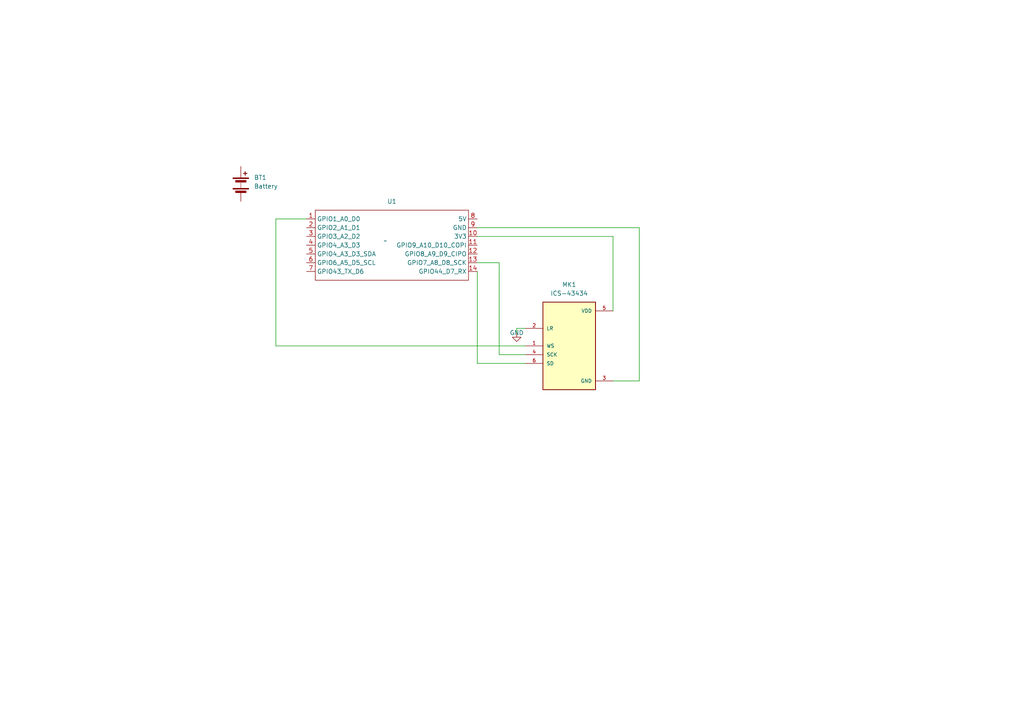
<source format=kicad_sch>
(kicad_sch (version 20230121) (generator eeschema)
  (paper "A4")
  (lib_symbols
    (symbol "Device:Battery" (pin_numbers hide) (pin_names (offset 0) hide)
      (property "Reference" "BT" (at 2.54 2.54 0))
      (property "Value" "Battery" (at 2.54 0 0))
      (symbol "Battery_0_1"
        (rectangle (start -2.286 -1.27) (end 2.286 -1.524) (fill (type outline)))
        (rectangle (start -2.286 1.778) (end 2.286 1.524) (fill (type outline)))
        (rectangle (start -1.524 -2.032) (end 1.524 -2.54) (fill (type outline)))
        (rectangle (start -1.524 1.016) (end 1.524 0.508) (fill (type outline)))
        (polyline (pts (xy 0 -1.016) (xy 0 -0.762)))
        (polyline (pts (xy 0 -0.508) (xy 0 -0.254)))
        (polyline (pts (xy 0 0) (xy 0 0.254)))
        (polyline (pts (xy 0 1.778) (xy 0 2.54)))
        (polyline (pts (xy 0.762 3.048) (xy 1.778 3.048)) (stroke (width 0.254)))
        (polyline (pts (xy 1.27 3.556) (xy 1.27 2.54)) (stroke (width 0.254)))
      )
      (symbol "Battery_1_1"
        (pin passive line (at 0 5.08 270) (length 2.54) (name "+") (number "1"))
        (pin passive line (at 0 -5.08 90) (length 2.54) (name "-") (number "2"))
      )
    )
    (symbol "demo:XIAO_ESP32_SENSE"
      (property "Reference" "U" (at 0 0 0))
      (symbol "XIAO_ESP32_SENSE_0_1"
        (polyline (pts (xy -20.32 8.89) (xy -20.32 -11.43) (xy 24.13 -11.43) (xy 24.13 8.89) (xy -20.32 8.89)))
      )
      (symbol "XIAO_ESP32_SENSE_1_1"
        (pin bidirectional line (at -22.86 6.35 0) (length 2.54) (name "GPIO1_A0_D0") (number "1"))
        (pin bidirectional line (at 26.67 1.27 180) (length 2.54) (name "3V3") (number "10"))
        (pin bidirectional line (at 26.67 -1.27 180) (length 2.54) (name "GPIO9_A10_D10_COPI") (number "11"))
        (pin bidirectional line (at 26.67 -3.81 180) (length 2.54) (name "GPIO8_A9_D9_CIPO") (number "12"))
        (pin bidirectional line (at 26.67 -6.35 180) (length 2.54) (name "GPIO7_A8_D8_SCK") (number "13"))
        (pin bidirectional line (at 26.67 -8.89 180) (length 2.54) (name "GPIO44_D7_RX") (number "14"))
        (pin bidirectional line (at -22.86 3.81 0) (length 2.54) (name "GPIO2_A1_D1") (number "2"))
        (pin bidirectional line (at -22.86 1.27 0) (length 2.54) (name "GPIO3_A2_D2") (number "3"))
        (pin bidirectional line (at -22.86 -1.27 0) (length 2.54) (name "GPIO4_A3_D3") (number "4"))
        (pin bidirectional line (at -22.86 -3.81 0) (length 2.54) (name "GPIO4_A3_D3_SDA") (number "5"))
        (pin bidirectional line (at -22.86 -6.35 0) (length 2.54) (name "GPIO6_A5_D5_SCL") (number "6"))
        (pin bidirectional line (at -22.86 -8.89 0) (length 2.54) (name "GPIO43_TX_D6") (number "7"))
        (pin bidirectional line (at 26.67 6.35 180) (length 2.54) (name "5V") (number "8"))
        (pin bidirectional line (at 26.67 3.81 180) (length 2.54) (name "GND") (number "9"))
      )
    )
    (symbol "ics:ICS-43434" (pin_names (offset 1.016))
      (property "Reference" "MK" (at -7.6708 12.7762 0))
      (property "Value" "ICS-43434" (at -7.6708 -15.3416 0))
      (symbol "ICS-43434_0_0"
        (rectangle (start -7.62 -12.7) (end 7.62 12.7) (stroke (width 0.254)) (fill (type background)))
        (pin input line (at -12.7 0 0) (length 5.08) (name "WS") (number "1"))
        (pin input line (at -12.7 5.08 0) (length 5.08) (name "LR") (number "2"))
        (pin power_in line (at 12.7 -10.16 180) (length 5.08) (name "GND") (number "3"))
        (pin input line (at -12.7 -2.54 0) (length 5.08) (name "SCK") (number "4"))
        (pin power_in line (at 12.7 10.16 180) (length 5.08) (name "VDD") (number "5"))
        (pin output line (at -12.7 -5.08 0) (length 5.08) (name "SD") (number "6"))
      )
    )
    (symbol "power:GND" (power) (pin_names (offset 0))
      (property "Value" "GND" (at 0 -3.81 0))
      (symbol "GND_0_1"
        (polyline (pts (xy 0 0) (xy 0 -1.27) (xy 1.27 -1.27) (xy 0 -2.54) (xy -1.27 -1.27) (xy 0 -1.27)))
      )
      (symbol "GND_1_1"
        (pin power_in line (at 0 0 270) (length 0) hide (name "GND") (number "1"))
      )
    )
  )
  (wire (pts (xy 177.8 110.49) (xy 185.42 110.49)))
  (wire (pts (xy 138.43 105.41) (xy 152.4 105.41)))
  (wire (pts (xy 144.78 76.2) (xy 138.43 76.2)))
  (wire (pts (xy 138.43 78.74) (xy 138.43 105.41)))
  (wire (pts (xy 144.78 102.87) (xy 144.78 76.2)))
  (wire (pts (xy 138.43 68.58) (xy 177.8 68.58)))
  (wire (pts (xy 80.01 63.5) (xy 88.9 63.5)))
  (wire (pts (xy 80.01 100.33) (xy 80.01 63.5)))
  (wire (pts (xy 177.8 68.58) (xy 177.8 90.17)))
  (wire (pts (xy 152.4 95.25) (xy 149.86 95.25)))
  (wire (pts (xy 152.4 102.87) (xy 144.78 102.87)))
  (wire (pts (xy 185.42 66.04) (xy 185.42 110.49)))
  (wire (pts (xy 138.43 66.04) (xy 185.42 66.04)))
  (wire (pts (xy 152.4 100.33) (xy 80.01 100.33)))
  (wire (pts (xy 149.86 95.25) (xy 149.86 96.52)))
  (symbol (lib_id "Device:Battery") (at 69.85 53.34 0) (unit 1)
    (property "Reference" "BT1" (at 73.66 51.4985 0) (effects (justify left)))
    (property "Value" "Battery" (at 73.66 54.0385 0) (effects (justify left)))
  )
  (symbol (lib_id "demo:XIAO_ESP32_SENSE") (at 111.76 69.85 0) (unit 1)
    (property "Reference" "U1" (at 113.665 58.42 0))
    (property "Value" "~" (at 111.76 69.85 0))
  )
  (symbol (lib_id "power:GND") (at 149.86 96.52 0) (unit 1)
    (property "Reference" "#PWR01" (effects hide))
    (property "Value" "GND" (at 149.86 96.52 0))
  )
  (symbol (lib_id "ics:ICS-43434") (at 165.1 100.33 0) (unit 1)
    (property "Reference" "MK1" (at 165.1 82.55 0))
    (property "Value" "ICS-43434" (at 165.1 85.09 0))
    (property "Footprint" "MIC_ICS-43434" (effects hide))
    (property "MF" "TDK-InvenSense" (effects hide))
    (property "DESCRIPTION" "Multi-Mode Microphone with I2S Digital Output" (effects hide))
    (property "PACKAGE" "LGA-6 TDK-InvenSense" (effects hide))
    (property "PRICE" "2.43 USD" (effects hide))
    (property "MP" "ICS-43434" (effects hide))
    (property "AVAILABILITY" "Bad" (effects hide))
  )
)
</source>
